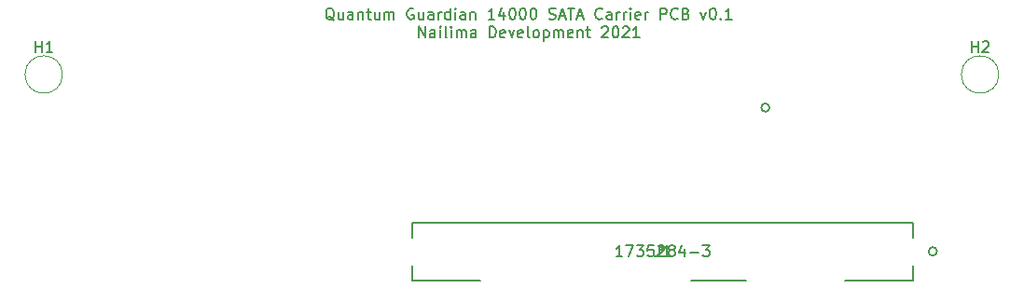
<source format=gbr>
%TF.GenerationSoftware,KiCad,Pcbnew,(5.1.9)-1*%
%TF.CreationDate,2021-04-07T17:32:18-07:00*%
%TF.ProjectId,driveCaddyAdapter,64726976-6543-4616-9464-794164617074,rev?*%
%TF.SameCoordinates,Original*%
%TF.FileFunction,Legend,Top*%
%TF.FilePolarity,Positive*%
%FSLAX46Y46*%
G04 Gerber Fmt 4.6, Leading zero omitted, Abs format (unit mm)*
G04 Created by KiCad (PCBNEW (5.1.9)-1) date 2021-04-07 17:32:18*
%MOMM*%
%LPD*%
G01*
G04 APERTURE LIST*
%ADD10C,0.150000*%
%ADD11C,0.120000*%
%ADD12C,0.152400*%
G04 APERTURE END LIST*
D10*
X215354523Y-62079619D02*
X215259285Y-62032000D01*
X215164047Y-61936761D01*
X215021190Y-61793904D01*
X214925952Y-61746285D01*
X214830714Y-61746285D01*
X214878333Y-61984380D02*
X214783095Y-61936761D01*
X214687857Y-61841523D01*
X214640238Y-61651047D01*
X214640238Y-61317714D01*
X214687857Y-61127238D01*
X214783095Y-61032000D01*
X214878333Y-60984380D01*
X215068809Y-60984380D01*
X215164047Y-61032000D01*
X215259285Y-61127238D01*
X215306904Y-61317714D01*
X215306904Y-61651047D01*
X215259285Y-61841523D01*
X215164047Y-61936761D01*
X215068809Y-61984380D01*
X214878333Y-61984380D01*
X216164047Y-61317714D02*
X216164047Y-61984380D01*
X215735476Y-61317714D02*
X215735476Y-61841523D01*
X215783095Y-61936761D01*
X215878333Y-61984380D01*
X216021190Y-61984380D01*
X216116428Y-61936761D01*
X216164047Y-61889142D01*
X217068809Y-61984380D02*
X217068809Y-61460571D01*
X217021190Y-61365333D01*
X216925952Y-61317714D01*
X216735476Y-61317714D01*
X216640238Y-61365333D01*
X217068809Y-61936761D02*
X216973571Y-61984380D01*
X216735476Y-61984380D01*
X216640238Y-61936761D01*
X216592619Y-61841523D01*
X216592619Y-61746285D01*
X216640238Y-61651047D01*
X216735476Y-61603428D01*
X216973571Y-61603428D01*
X217068809Y-61555809D01*
X217545000Y-61317714D02*
X217545000Y-61984380D01*
X217545000Y-61412952D02*
X217592619Y-61365333D01*
X217687857Y-61317714D01*
X217830714Y-61317714D01*
X217925952Y-61365333D01*
X217973571Y-61460571D01*
X217973571Y-61984380D01*
X218306904Y-61317714D02*
X218687857Y-61317714D01*
X218449761Y-60984380D02*
X218449761Y-61841523D01*
X218497380Y-61936761D01*
X218592619Y-61984380D01*
X218687857Y-61984380D01*
X219449761Y-61317714D02*
X219449761Y-61984380D01*
X219021190Y-61317714D02*
X219021190Y-61841523D01*
X219068809Y-61936761D01*
X219164047Y-61984380D01*
X219306904Y-61984380D01*
X219402142Y-61936761D01*
X219449761Y-61889142D01*
X219925952Y-61984380D02*
X219925952Y-61317714D01*
X219925952Y-61412952D02*
X219973571Y-61365333D01*
X220068809Y-61317714D01*
X220211666Y-61317714D01*
X220306904Y-61365333D01*
X220354523Y-61460571D01*
X220354523Y-61984380D01*
X220354523Y-61460571D02*
X220402142Y-61365333D01*
X220497380Y-61317714D01*
X220640238Y-61317714D01*
X220735476Y-61365333D01*
X220783095Y-61460571D01*
X220783095Y-61984380D01*
X222545000Y-61032000D02*
X222449761Y-60984380D01*
X222306904Y-60984380D01*
X222164047Y-61032000D01*
X222068809Y-61127238D01*
X222021190Y-61222476D01*
X221973571Y-61412952D01*
X221973571Y-61555809D01*
X222021190Y-61746285D01*
X222068809Y-61841523D01*
X222164047Y-61936761D01*
X222306904Y-61984380D01*
X222402142Y-61984380D01*
X222545000Y-61936761D01*
X222592619Y-61889142D01*
X222592619Y-61555809D01*
X222402142Y-61555809D01*
X223449761Y-61317714D02*
X223449761Y-61984380D01*
X223021190Y-61317714D02*
X223021190Y-61841523D01*
X223068809Y-61936761D01*
X223164047Y-61984380D01*
X223306904Y-61984380D01*
X223402142Y-61936761D01*
X223449761Y-61889142D01*
X224354523Y-61984380D02*
X224354523Y-61460571D01*
X224306904Y-61365333D01*
X224211666Y-61317714D01*
X224021190Y-61317714D01*
X223925952Y-61365333D01*
X224354523Y-61936761D02*
X224259285Y-61984380D01*
X224021190Y-61984380D01*
X223925952Y-61936761D01*
X223878333Y-61841523D01*
X223878333Y-61746285D01*
X223925952Y-61651047D01*
X224021190Y-61603428D01*
X224259285Y-61603428D01*
X224354523Y-61555809D01*
X224830714Y-61984380D02*
X224830714Y-61317714D01*
X224830714Y-61508190D02*
X224878333Y-61412952D01*
X224925952Y-61365333D01*
X225021190Y-61317714D01*
X225116428Y-61317714D01*
X225878333Y-61984380D02*
X225878333Y-60984380D01*
X225878333Y-61936761D02*
X225783095Y-61984380D01*
X225592619Y-61984380D01*
X225497380Y-61936761D01*
X225449761Y-61889142D01*
X225402142Y-61793904D01*
X225402142Y-61508190D01*
X225449761Y-61412952D01*
X225497380Y-61365333D01*
X225592619Y-61317714D01*
X225783095Y-61317714D01*
X225878333Y-61365333D01*
X226354523Y-61984380D02*
X226354523Y-61317714D01*
X226354523Y-60984380D02*
X226306904Y-61032000D01*
X226354523Y-61079619D01*
X226402142Y-61032000D01*
X226354523Y-60984380D01*
X226354523Y-61079619D01*
X227259285Y-61984380D02*
X227259285Y-61460571D01*
X227211666Y-61365333D01*
X227116428Y-61317714D01*
X226925952Y-61317714D01*
X226830714Y-61365333D01*
X227259285Y-61936761D02*
X227164047Y-61984380D01*
X226925952Y-61984380D01*
X226830714Y-61936761D01*
X226783095Y-61841523D01*
X226783095Y-61746285D01*
X226830714Y-61651047D01*
X226925952Y-61603428D01*
X227164047Y-61603428D01*
X227259285Y-61555809D01*
X227735476Y-61317714D02*
X227735476Y-61984380D01*
X227735476Y-61412952D02*
X227783095Y-61365333D01*
X227878333Y-61317714D01*
X228021190Y-61317714D01*
X228116428Y-61365333D01*
X228164047Y-61460571D01*
X228164047Y-61984380D01*
X229925952Y-61984380D02*
X229354523Y-61984380D01*
X229640238Y-61984380D02*
X229640238Y-60984380D01*
X229545000Y-61127238D01*
X229449761Y-61222476D01*
X229354523Y-61270095D01*
X230783095Y-61317714D02*
X230783095Y-61984380D01*
X230545000Y-60936761D02*
X230306904Y-61651047D01*
X230925952Y-61651047D01*
X231497380Y-60984380D02*
X231592619Y-60984380D01*
X231687857Y-61032000D01*
X231735476Y-61079619D01*
X231783095Y-61174857D01*
X231830714Y-61365333D01*
X231830714Y-61603428D01*
X231783095Y-61793904D01*
X231735476Y-61889142D01*
X231687857Y-61936761D01*
X231592619Y-61984380D01*
X231497380Y-61984380D01*
X231402142Y-61936761D01*
X231354523Y-61889142D01*
X231306904Y-61793904D01*
X231259285Y-61603428D01*
X231259285Y-61365333D01*
X231306904Y-61174857D01*
X231354523Y-61079619D01*
X231402142Y-61032000D01*
X231497380Y-60984380D01*
X232449761Y-60984380D02*
X232545000Y-60984380D01*
X232640238Y-61032000D01*
X232687857Y-61079619D01*
X232735476Y-61174857D01*
X232783095Y-61365333D01*
X232783095Y-61603428D01*
X232735476Y-61793904D01*
X232687857Y-61889142D01*
X232640238Y-61936761D01*
X232545000Y-61984380D01*
X232449761Y-61984380D01*
X232354523Y-61936761D01*
X232306904Y-61889142D01*
X232259285Y-61793904D01*
X232211666Y-61603428D01*
X232211666Y-61365333D01*
X232259285Y-61174857D01*
X232306904Y-61079619D01*
X232354523Y-61032000D01*
X232449761Y-60984380D01*
X233402142Y-60984380D02*
X233497380Y-60984380D01*
X233592619Y-61032000D01*
X233640238Y-61079619D01*
X233687857Y-61174857D01*
X233735476Y-61365333D01*
X233735476Y-61603428D01*
X233687857Y-61793904D01*
X233640238Y-61889142D01*
X233592619Y-61936761D01*
X233497380Y-61984380D01*
X233402142Y-61984380D01*
X233306904Y-61936761D01*
X233259285Y-61889142D01*
X233211666Y-61793904D01*
X233164047Y-61603428D01*
X233164047Y-61365333D01*
X233211666Y-61174857D01*
X233259285Y-61079619D01*
X233306904Y-61032000D01*
X233402142Y-60984380D01*
X234878333Y-61936761D02*
X235021190Y-61984380D01*
X235259285Y-61984380D01*
X235354523Y-61936761D01*
X235402142Y-61889142D01*
X235449761Y-61793904D01*
X235449761Y-61698666D01*
X235402142Y-61603428D01*
X235354523Y-61555809D01*
X235259285Y-61508190D01*
X235068809Y-61460571D01*
X234973571Y-61412952D01*
X234925952Y-61365333D01*
X234878333Y-61270095D01*
X234878333Y-61174857D01*
X234925952Y-61079619D01*
X234973571Y-61032000D01*
X235068809Y-60984380D01*
X235306904Y-60984380D01*
X235449761Y-61032000D01*
X235830714Y-61698666D02*
X236306904Y-61698666D01*
X235735476Y-61984380D02*
X236068809Y-60984380D01*
X236402142Y-61984380D01*
X236592619Y-60984380D02*
X237164047Y-60984380D01*
X236878333Y-61984380D02*
X236878333Y-60984380D01*
X237449761Y-61698666D02*
X237925952Y-61698666D01*
X237354523Y-61984380D02*
X237687857Y-60984380D01*
X238021190Y-61984380D01*
X239687857Y-61889142D02*
X239640238Y-61936761D01*
X239497380Y-61984380D01*
X239402142Y-61984380D01*
X239259285Y-61936761D01*
X239164047Y-61841523D01*
X239116428Y-61746285D01*
X239068809Y-61555809D01*
X239068809Y-61412952D01*
X239116428Y-61222476D01*
X239164047Y-61127238D01*
X239259285Y-61032000D01*
X239402142Y-60984380D01*
X239497380Y-60984380D01*
X239640238Y-61032000D01*
X239687857Y-61079619D01*
X240545000Y-61984380D02*
X240545000Y-61460571D01*
X240497380Y-61365333D01*
X240402142Y-61317714D01*
X240211666Y-61317714D01*
X240116428Y-61365333D01*
X240545000Y-61936761D02*
X240449761Y-61984380D01*
X240211666Y-61984380D01*
X240116428Y-61936761D01*
X240068809Y-61841523D01*
X240068809Y-61746285D01*
X240116428Y-61651047D01*
X240211666Y-61603428D01*
X240449761Y-61603428D01*
X240545000Y-61555809D01*
X241021190Y-61984380D02*
X241021190Y-61317714D01*
X241021190Y-61508190D02*
X241068809Y-61412952D01*
X241116428Y-61365333D01*
X241211666Y-61317714D01*
X241306904Y-61317714D01*
X241640238Y-61984380D02*
X241640238Y-61317714D01*
X241640238Y-61508190D02*
X241687857Y-61412952D01*
X241735476Y-61365333D01*
X241830714Y-61317714D01*
X241925952Y-61317714D01*
X242259285Y-61984380D02*
X242259285Y-61317714D01*
X242259285Y-60984380D02*
X242211666Y-61032000D01*
X242259285Y-61079619D01*
X242306904Y-61032000D01*
X242259285Y-60984380D01*
X242259285Y-61079619D01*
X243116428Y-61936761D02*
X243021190Y-61984380D01*
X242830714Y-61984380D01*
X242735476Y-61936761D01*
X242687857Y-61841523D01*
X242687857Y-61460571D01*
X242735476Y-61365333D01*
X242830714Y-61317714D01*
X243021190Y-61317714D01*
X243116428Y-61365333D01*
X243164047Y-61460571D01*
X243164047Y-61555809D01*
X242687857Y-61651047D01*
X243592619Y-61984380D02*
X243592619Y-61317714D01*
X243592619Y-61508190D02*
X243640238Y-61412952D01*
X243687857Y-61365333D01*
X243783095Y-61317714D01*
X243878333Y-61317714D01*
X244973571Y-61984380D02*
X244973571Y-60984380D01*
X245354523Y-60984380D01*
X245449761Y-61032000D01*
X245497380Y-61079619D01*
X245545000Y-61174857D01*
X245545000Y-61317714D01*
X245497380Y-61412952D01*
X245449761Y-61460571D01*
X245354523Y-61508190D01*
X244973571Y-61508190D01*
X246545000Y-61889142D02*
X246497380Y-61936761D01*
X246354523Y-61984380D01*
X246259285Y-61984380D01*
X246116428Y-61936761D01*
X246021190Y-61841523D01*
X245973571Y-61746285D01*
X245925952Y-61555809D01*
X245925952Y-61412952D01*
X245973571Y-61222476D01*
X246021190Y-61127238D01*
X246116428Y-61032000D01*
X246259285Y-60984380D01*
X246354523Y-60984380D01*
X246497380Y-61032000D01*
X246545000Y-61079619D01*
X247306904Y-61460571D02*
X247449761Y-61508190D01*
X247497380Y-61555809D01*
X247545000Y-61651047D01*
X247545000Y-61793904D01*
X247497380Y-61889142D01*
X247449761Y-61936761D01*
X247354523Y-61984380D01*
X246973571Y-61984380D01*
X246973571Y-60984380D01*
X247306904Y-60984380D01*
X247402142Y-61032000D01*
X247449761Y-61079619D01*
X247497380Y-61174857D01*
X247497380Y-61270095D01*
X247449761Y-61365333D01*
X247402142Y-61412952D01*
X247306904Y-61460571D01*
X246973571Y-61460571D01*
X248640238Y-61317714D02*
X248878333Y-61984380D01*
X249116428Y-61317714D01*
X249687857Y-60984380D02*
X249783095Y-60984380D01*
X249878333Y-61032000D01*
X249925952Y-61079619D01*
X249973571Y-61174857D01*
X250021190Y-61365333D01*
X250021190Y-61603428D01*
X249973571Y-61793904D01*
X249925952Y-61889142D01*
X249878333Y-61936761D01*
X249783095Y-61984380D01*
X249687857Y-61984380D01*
X249592619Y-61936761D01*
X249545000Y-61889142D01*
X249497380Y-61793904D01*
X249449761Y-61603428D01*
X249449761Y-61365333D01*
X249497380Y-61174857D01*
X249545000Y-61079619D01*
X249592619Y-61032000D01*
X249687857Y-60984380D01*
X250449761Y-61889142D02*
X250497380Y-61936761D01*
X250449761Y-61984380D01*
X250402142Y-61936761D01*
X250449761Y-61889142D01*
X250449761Y-61984380D01*
X251449761Y-61984380D02*
X250878333Y-61984380D01*
X251164047Y-61984380D02*
X251164047Y-60984380D01*
X251068809Y-61127238D01*
X250973571Y-61222476D01*
X250878333Y-61270095D01*
X223045000Y-63634380D02*
X223045000Y-62634380D01*
X223616428Y-63634380D01*
X223616428Y-62634380D01*
X224521190Y-63634380D02*
X224521190Y-63110571D01*
X224473571Y-63015333D01*
X224378333Y-62967714D01*
X224187857Y-62967714D01*
X224092619Y-63015333D01*
X224521190Y-63586761D02*
X224425952Y-63634380D01*
X224187857Y-63634380D01*
X224092619Y-63586761D01*
X224045000Y-63491523D01*
X224045000Y-63396285D01*
X224092619Y-63301047D01*
X224187857Y-63253428D01*
X224425952Y-63253428D01*
X224521190Y-63205809D01*
X224997380Y-63634380D02*
X224997380Y-62967714D01*
X224997380Y-62634380D02*
X224949761Y-62682000D01*
X224997380Y-62729619D01*
X225045000Y-62682000D01*
X224997380Y-62634380D01*
X224997380Y-62729619D01*
X225616428Y-63634380D02*
X225521190Y-63586761D01*
X225473571Y-63491523D01*
X225473571Y-62634380D01*
X225997380Y-63634380D02*
X225997380Y-62967714D01*
X225997380Y-62634380D02*
X225949761Y-62682000D01*
X225997380Y-62729619D01*
X226045000Y-62682000D01*
X225997380Y-62634380D01*
X225997380Y-62729619D01*
X226473571Y-63634380D02*
X226473571Y-62967714D01*
X226473571Y-63062952D02*
X226521190Y-63015333D01*
X226616428Y-62967714D01*
X226759285Y-62967714D01*
X226854523Y-63015333D01*
X226902142Y-63110571D01*
X226902142Y-63634380D01*
X226902142Y-63110571D02*
X226949761Y-63015333D01*
X227045000Y-62967714D01*
X227187857Y-62967714D01*
X227283095Y-63015333D01*
X227330714Y-63110571D01*
X227330714Y-63634380D01*
X228235476Y-63634380D02*
X228235476Y-63110571D01*
X228187857Y-63015333D01*
X228092619Y-62967714D01*
X227902142Y-62967714D01*
X227806904Y-63015333D01*
X228235476Y-63586761D02*
X228140238Y-63634380D01*
X227902142Y-63634380D01*
X227806904Y-63586761D01*
X227759285Y-63491523D01*
X227759285Y-63396285D01*
X227806904Y-63301047D01*
X227902142Y-63253428D01*
X228140238Y-63253428D01*
X228235476Y-63205809D01*
X229473571Y-63634380D02*
X229473571Y-62634380D01*
X229711666Y-62634380D01*
X229854523Y-62682000D01*
X229949761Y-62777238D01*
X229997380Y-62872476D01*
X230045000Y-63062952D01*
X230045000Y-63205809D01*
X229997380Y-63396285D01*
X229949761Y-63491523D01*
X229854523Y-63586761D01*
X229711666Y-63634380D01*
X229473571Y-63634380D01*
X230854523Y-63586761D02*
X230759285Y-63634380D01*
X230568809Y-63634380D01*
X230473571Y-63586761D01*
X230425952Y-63491523D01*
X230425952Y-63110571D01*
X230473571Y-63015333D01*
X230568809Y-62967714D01*
X230759285Y-62967714D01*
X230854523Y-63015333D01*
X230902142Y-63110571D01*
X230902142Y-63205809D01*
X230425952Y-63301047D01*
X231235476Y-62967714D02*
X231473571Y-63634380D01*
X231711666Y-62967714D01*
X232473571Y-63586761D02*
X232378333Y-63634380D01*
X232187857Y-63634380D01*
X232092619Y-63586761D01*
X232045000Y-63491523D01*
X232045000Y-63110571D01*
X232092619Y-63015333D01*
X232187857Y-62967714D01*
X232378333Y-62967714D01*
X232473571Y-63015333D01*
X232521190Y-63110571D01*
X232521190Y-63205809D01*
X232045000Y-63301047D01*
X233092619Y-63634380D02*
X232997380Y-63586761D01*
X232949761Y-63491523D01*
X232949761Y-62634380D01*
X233616428Y-63634380D02*
X233521190Y-63586761D01*
X233473571Y-63539142D01*
X233425952Y-63443904D01*
X233425952Y-63158190D01*
X233473571Y-63062952D01*
X233521190Y-63015333D01*
X233616428Y-62967714D01*
X233759285Y-62967714D01*
X233854523Y-63015333D01*
X233902142Y-63062952D01*
X233949761Y-63158190D01*
X233949761Y-63443904D01*
X233902142Y-63539142D01*
X233854523Y-63586761D01*
X233759285Y-63634380D01*
X233616428Y-63634380D01*
X234378333Y-62967714D02*
X234378333Y-63967714D01*
X234378333Y-63015333D02*
X234473571Y-62967714D01*
X234664047Y-62967714D01*
X234759285Y-63015333D01*
X234806904Y-63062952D01*
X234854523Y-63158190D01*
X234854523Y-63443904D01*
X234806904Y-63539142D01*
X234759285Y-63586761D01*
X234664047Y-63634380D01*
X234473571Y-63634380D01*
X234378333Y-63586761D01*
X235283095Y-63634380D02*
X235283095Y-62967714D01*
X235283095Y-63062952D02*
X235330714Y-63015333D01*
X235425952Y-62967714D01*
X235568809Y-62967714D01*
X235664047Y-63015333D01*
X235711666Y-63110571D01*
X235711666Y-63634380D01*
X235711666Y-63110571D02*
X235759285Y-63015333D01*
X235854523Y-62967714D01*
X235997380Y-62967714D01*
X236092619Y-63015333D01*
X236140238Y-63110571D01*
X236140238Y-63634380D01*
X236997380Y-63586761D02*
X236902142Y-63634380D01*
X236711666Y-63634380D01*
X236616428Y-63586761D01*
X236568809Y-63491523D01*
X236568809Y-63110571D01*
X236616428Y-63015333D01*
X236711666Y-62967714D01*
X236902142Y-62967714D01*
X236997380Y-63015333D01*
X237045000Y-63110571D01*
X237045000Y-63205809D01*
X236568809Y-63301047D01*
X237473571Y-62967714D02*
X237473571Y-63634380D01*
X237473571Y-63062952D02*
X237521190Y-63015333D01*
X237616428Y-62967714D01*
X237759285Y-62967714D01*
X237854523Y-63015333D01*
X237902142Y-63110571D01*
X237902142Y-63634380D01*
X238235476Y-62967714D02*
X238616428Y-62967714D01*
X238378333Y-62634380D02*
X238378333Y-63491523D01*
X238425952Y-63586761D01*
X238521190Y-63634380D01*
X238616428Y-63634380D01*
X239664047Y-62729619D02*
X239711666Y-62682000D01*
X239806904Y-62634380D01*
X240045000Y-62634380D01*
X240140238Y-62682000D01*
X240187857Y-62729619D01*
X240235476Y-62824857D01*
X240235476Y-62920095D01*
X240187857Y-63062952D01*
X239616428Y-63634380D01*
X240235476Y-63634380D01*
X240854523Y-62634380D02*
X240949761Y-62634380D01*
X241045000Y-62682000D01*
X241092619Y-62729619D01*
X241140238Y-62824857D01*
X241187857Y-63015333D01*
X241187857Y-63253428D01*
X241140238Y-63443904D01*
X241092619Y-63539142D01*
X241045000Y-63586761D01*
X240949761Y-63634380D01*
X240854523Y-63634380D01*
X240759285Y-63586761D01*
X240711666Y-63539142D01*
X240664047Y-63443904D01*
X240616428Y-63253428D01*
X240616428Y-63015333D01*
X240664047Y-62824857D01*
X240711666Y-62729619D01*
X240759285Y-62682000D01*
X240854523Y-62634380D01*
X241568809Y-62729619D02*
X241616428Y-62682000D01*
X241711666Y-62634380D01*
X241949761Y-62634380D01*
X242045000Y-62682000D01*
X242092619Y-62729619D01*
X242140238Y-62824857D01*
X242140238Y-62920095D01*
X242092619Y-63062952D01*
X241521190Y-63634380D01*
X242140238Y-63634380D01*
X243092619Y-63634380D02*
X242521190Y-63634380D01*
X242806904Y-63634380D02*
X242806904Y-62634380D01*
X242711666Y-62777238D01*
X242616428Y-62872476D01*
X242521190Y-62920095D01*
D11*
%TO.C,H2*%
X275700000Y-67000000D02*
G75*
G03*
X275700000Y-67000000I-1700000J0D01*
G01*
%TO.C,H1*%
X190700000Y-67000000D02*
G75*
G03*
X190700000Y-67000000I-1700000J0D01*
G01*
D12*
%TO.C,J2*%
X254892000Y-70000000D02*
G75*
G03*
X254892000Y-70000000I-381000J0D01*
G01*
%TO.C,J1*%
X270092000Y-83062500D02*
G75*
G03*
X270092000Y-83062500I-381000J0D01*
G01*
X247767965Y-85691400D02*
X252792085Y-85691400D01*
X261737965Y-85691400D02*
X267933000Y-85691400D01*
X222467000Y-84329185D02*
X222467000Y-85691400D01*
X267933000Y-81795815D02*
X267933000Y-80433600D01*
X267933000Y-85691400D02*
X267933000Y-84329185D01*
X222467000Y-85691400D02*
X228662085Y-85691400D01*
X222467000Y-80433600D02*
X222467000Y-81795815D01*
X267933000Y-80433600D02*
X222467000Y-80433600D01*
%TO.C,H2*%
D10*
X273238095Y-64954380D02*
X273238095Y-63954380D01*
X273238095Y-64430571D02*
X273809523Y-64430571D01*
X273809523Y-64954380D02*
X273809523Y-63954380D01*
X274238095Y-64049619D02*
X274285714Y-64002000D01*
X274380952Y-63954380D01*
X274619047Y-63954380D01*
X274714285Y-64002000D01*
X274761904Y-64049619D01*
X274809523Y-64144857D01*
X274809523Y-64240095D01*
X274761904Y-64382952D01*
X274190476Y-64954380D01*
X274809523Y-64954380D01*
%TO.C,H1*%
X188238095Y-64954380D02*
X188238095Y-63954380D01*
X188238095Y-64430571D02*
X188809523Y-64430571D01*
X188809523Y-64954380D02*
X188809523Y-63954380D01*
X189809523Y-64954380D02*
X189238095Y-64954380D01*
X189523809Y-64954380D02*
X189523809Y-63954380D01*
X189428571Y-64097238D01*
X189333333Y-64192476D01*
X189238095Y-64240095D01*
%TO.C,J1*%
X244866666Y-82514880D02*
X244866666Y-83229166D01*
X244819047Y-83372023D01*
X244723809Y-83467261D01*
X244580952Y-83514880D01*
X244485714Y-83514880D01*
X245866666Y-83514880D02*
X245295238Y-83514880D01*
X245580952Y-83514880D02*
X245580952Y-82514880D01*
X245485714Y-82657738D01*
X245390476Y-82752976D01*
X245295238Y-82800595D01*
X241533333Y-83514880D02*
X240961904Y-83514880D01*
X241247619Y-83514880D02*
X241247619Y-82514880D01*
X241152380Y-82657738D01*
X241057142Y-82752976D01*
X240961904Y-82800595D01*
X241866666Y-82514880D02*
X242533333Y-82514880D01*
X242104761Y-83514880D01*
X242819047Y-82514880D02*
X243438095Y-82514880D01*
X243104761Y-82895833D01*
X243247619Y-82895833D01*
X243342857Y-82943452D01*
X243390476Y-82991071D01*
X243438095Y-83086309D01*
X243438095Y-83324404D01*
X243390476Y-83419642D01*
X243342857Y-83467261D01*
X243247619Y-83514880D01*
X242961904Y-83514880D01*
X242866666Y-83467261D01*
X242819047Y-83419642D01*
X244342857Y-82514880D02*
X243866666Y-82514880D01*
X243819047Y-82991071D01*
X243866666Y-82943452D01*
X243961904Y-82895833D01*
X244200000Y-82895833D01*
X244295238Y-82943452D01*
X244342857Y-82991071D01*
X244390476Y-83086309D01*
X244390476Y-83324404D01*
X244342857Y-83419642D01*
X244295238Y-83467261D01*
X244200000Y-83514880D01*
X243961904Y-83514880D01*
X243866666Y-83467261D01*
X243819047Y-83419642D01*
X244771428Y-82610119D02*
X244819047Y-82562500D01*
X244914285Y-82514880D01*
X245152380Y-82514880D01*
X245247619Y-82562500D01*
X245295238Y-82610119D01*
X245342857Y-82705357D01*
X245342857Y-82800595D01*
X245295238Y-82943452D01*
X244723809Y-83514880D01*
X245342857Y-83514880D01*
X245914285Y-82943452D02*
X245819047Y-82895833D01*
X245771428Y-82848214D01*
X245723809Y-82752976D01*
X245723809Y-82705357D01*
X245771428Y-82610119D01*
X245819047Y-82562500D01*
X245914285Y-82514880D01*
X246104761Y-82514880D01*
X246200000Y-82562500D01*
X246247619Y-82610119D01*
X246295238Y-82705357D01*
X246295238Y-82752976D01*
X246247619Y-82848214D01*
X246200000Y-82895833D01*
X246104761Y-82943452D01*
X245914285Y-82943452D01*
X245819047Y-82991071D01*
X245771428Y-83038690D01*
X245723809Y-83133928D01*
X245723809Y-83324404D01*
X245771428Y-83419642D01*
X245819047Y-83467261D01*
X245914285Y-83514880D01*
X246104761Y-83514880D01*
X246200000Y-83467261D01*
X246247619Y-83419642D01*
X246295238Y-83324404D01*
X246295238Y-83133928D01*
X246247619Y-83038690D01*
X246200000Y-82991071D01*
X246104761Y-82943452D01*
X247152380Y-82848214D02*
X247152380Y-83514880D01*
X246914285Y-82467261D02*
X246676190Y-83181547D01*
X247295238Y-83181547D01*
X247676190Y-83133928D02*
X248438095Y-83133928D01*
X248819047Y-82514880D02*
X249438095Y-82514880D01*
X249104761Y-82895833D01*
X249247619Y-82895833D01*
X249342857Y-82943452D01*
X249390476Y-82991071D01*
X249438095Y-83086309D01*
X249438095Y-83324404D01*
X249390476Y-83419642D01*
X249342857Y-83467261D01*
X249247619Y-83514880D01*
X248961904Y-83514880D01*
X248866666Y-83467261D01*
X248819047Y-83419642D01*
X245200000Y-82514880D02*
X245200000Y-82752976D01*
X244961904Y-82657738D02*
X245200000Y-82752976D01*
X245438095Y-82657738D01*
X245057142Y-82943452D02*
X245200000Y-82752976D01*
X245342857Y-82943452D01*
%TD*%
M02*

</source>
